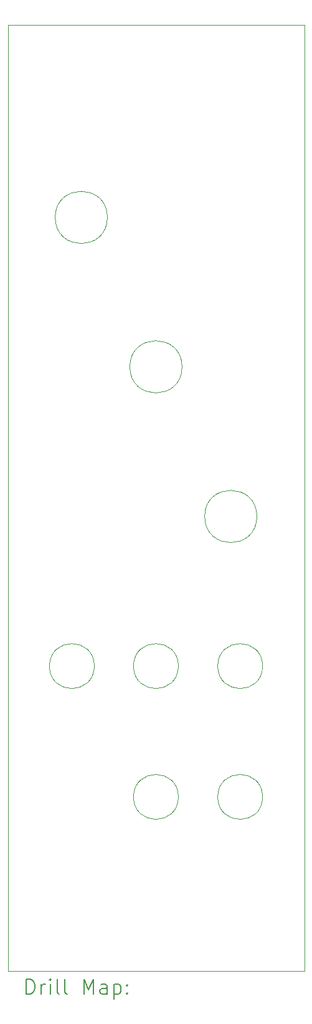
<source format=gbr>
%FSLAX45Y45*%
G04 Gerber Fmt 4.5, Leading zero omitted, Abs format (unit mm)*
G04 Created by KiCad (PCBNEW 6.0.0-d3dd2cf0fa~116~ubuntu20.04.1) date 2022-01-02 10:53:39*
%MOMM*%
%LPD*%
G01*
G04 APERTURE LIST*
%TA.AperFunction,Profile*%
%ADD10C,0.100000*%
%TD*%
%ADD11C,0.200000*%
G04 APERTURE END LIST*
D10*
X13639000Y-12826500D02*
G75*
G03*
X13639000Y-12826500I-305000J0D01*
G01*
X13639000Y-11049000D02*
G75*
G03*
X13639000Y-11049000I-305000J0D01*
G01*
X15350000Y-2338000D02*
X11320000Y-2338000D01*
X15350000Y-15188000D02*
X15350000Y-2338000D01*
X12496500Y-11049000D02*
G75*
G03*
X12496500Y-11049000I-305000J0D01*
G01*
X13689000Y-6984000D02*
G75*
G03*
X13689000Y-6984000I-355000J0D01*
G01*
X11320000Y-2338000D02*
X11320000Y-15188000D01*
X11320000Y-15188000D02*
X15350000Y-15188000D01*
X14784000Y-11049000D02*
G75*
G03*
X14784000Y-11049000I-305000J0D01*
G01*
X14784000Y-12826500D02*
G75*
G03*
X14784000Y-12826500I-305000J0D01*
G01*
X12674000Y-4954000D02*
G75*
G03*
X12674000Y-4954000I-355000J0D01*
G01*
X14706500Y-9016500D02*
G75*
G03*
X14706500Y-9016500I-355000J0D01*
G01*
D11*
X11572619Y-15503476D02*
X11572619Y-15303476D01*
X11620238Y-15303476D01*
X11648809Y-15313000D01*
X11667857Y-15332048D01*
X11677381Y-15351095D01*
X11686905Y-15389190D01*
X11686905Y-15417762D01*
X11677381Y-15455857D01*
X11667857Y-15474905D01*
X11648809Y-15493952D01*
X11620238Y-15503476D01*
X11572619Y-15503476D01*
X11772619Y-15503476D02*
X11772619Y-15370143D01*
X11772619Y-15408238D02*
X11782143Y-15389190D01*
X11791667Y-15379667D01*
X11810714Y-15370143D01*
X11829762Y-15370143D01*
X11896428Y-15503476D02*
X11896428Y-15370143D01*
X11896428Y-15303476D02*
X11886905Y-15313000D01*
X11896428Y-15322524D01*
X11905952Y-15313000D01*
X11896428Y-15303476D01*
X11896428Y-15322524D01*
X12020238Y-15503476D02*
X12001190Y-15493952D01*
X11991667Y-15474905D01*
X11991667Y-15303476D01*
X12125000Y-15503476D02*
X12105952Y-15493952D01*
X12096428Y-15474905D01*
X12096428Y-15303476D01*
X12353571Y-15503476D02*
X12353571Y-15303476D01*
X12420238Y-15446333D01*
X12486905Y-15303476D01*
X12486905Y-15503476D01*
X12667857Y-15503476D02*
X12667857Y-15398714D01*
X12658333Y-15379667D01*
X12639286Y-15370143D01*
X12601190Y-15370143D01*
X12582143Y-15379667D01*
X12667857Y-15493952D02*
X12648809Y-15503476D01*
X12601190Y-15503476D01*
X12582143Y-15493952D01*
X12572619Y-15474905D01*
X12572619Y-15455857D01*
X12582143Y-15436809D01*
X12601190Y-15427286D01*
X12648809Y-15427286D01*
X12667857Y-15417762D01*
X12763095Y-15370143D02*
X12763095Y-15570143D01*
X12763095Y-15379667D02*
X12782143Y-15370143D01*
X12820238Y-15370143D01*
X12839286Y-15379667D01*
X12848809Y-15389190D01*
X12858333Y-15408238D01*
X12858333Y-15465381D01*
X12848809Y-15484428D01*
X12839286Y-15493952D01*
X12820238Y-15503476D01*
X12782143Y-15503476D01*
X12763095Y-15493952D01*
X12944048Y-15484428D02*
X12953571Y-15493952D01*
X12944048Y-15503476D01*
X12934524Y-15493952D01*
X12944048Y-15484428D01*
X12944048Y-15503476D01*
X12944048Y-15379667D02*
X12953571Y-15389190D01*
X12944048Y-15398714D01*
X12934524Y-15389190D01*
X12944048Y-15379667D01*
X12944048Y-15398714D01*
M02*

</source>
